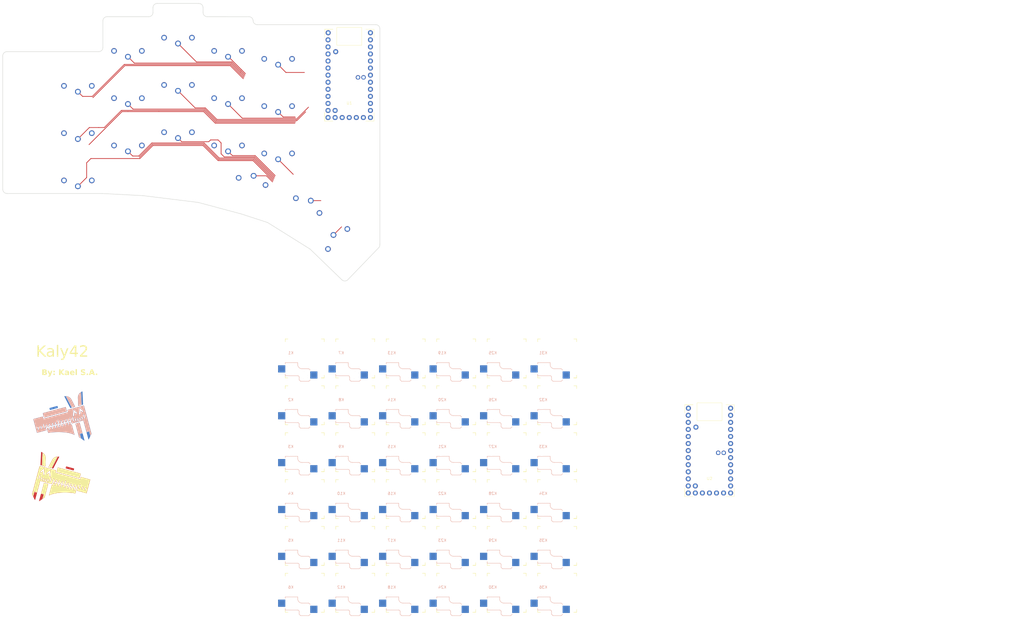
<source format=kicad_pcb>
(kicad_pcb (version 20241229) (generator "pcbnew") (generator_version "9.0")
  (title_block (title "kalypcb") (rev "v1.0.0") (company "Dwctor"))
  (layers (0 "F.Cu" signal) (2 "B.Cu" signal) (13 "F.Paste" user) (15 "B.Paste" user) (5 "F.SilkS" user "F.Silkscreen") (7 "B.SilkS" user "B.Silkscreen") (1 "F.Mask" user) (3 "B.Mask" user) (25 "Edge.Cuts" user))
  (net 0 "")
  (net 1 "GND")
  (net 2 "matrix_outer_bottom")
  (net 3 "matrix_outer_home")
  (net 4 "matrix_outer_top")
  (net 5 "matrix_pinky_bottom")
  (net 6 "matrix_pinky_home")
  (net 7 "matrix_pinky_top")
  (net 8 "matrix_ring_bottom")
  (net 9 "matrix_ring_home")
  (net 10 "matrix_ring_top")
  (net 11 "matrix_middle_bottom")
  (net 12 "matrix_middle_home")
  (net 13 "matrix_middle_top")
  (net 14 "matrix_index_bottom")
  (net 15 "matrix_index_home")
  (net 16 "matrix_index_top")
  (net 17 "matrix_inner_bottom")
  (net 18 "matrix_inner_home")
  (net 19 "matrix_inner_top")
  (net 20 "thumb_inny")
  (net 21 "thumb_middy")
  (net 22 "thumb_reachy")
  (net 24 "/K1")
  (footprint "Library:Kailh_socket_PG1350" (layer "F.Cu") (at 139.695 157.72)
    (property "Reference" "K8")
    (property "Value" "KEYSW")
  )
  (footprint "LOGO" (layer "F.Cu") (at 32.651943 185.152317 -15)
    (property "Reference" "G***" (hide yes))
    (property "Value" "LOGO" (hide yes))
  )
  (footprint "LOGO" (layer "F.Cu") (at 32.651943 185.152317 -15)
    (property "Reference" "G***" (hide yes))
    (property "Value" "LOGO" (hide yes))
  )
  (footprint "PG1350" (layer "F.Cu") (at 58 43.5 180)
    (property "Reference" "S8" (hide yes))
    (property "Value" "" (hide yes))
  )
  (footprint "PG1350" (layer "F.Cu") (at 120.602727 89.14088 -32)
    (property "Reference" "S20" (hide yes))
    (property "Value" "" (hide yes))
  )
  (footprint "Library:Kailh_socket_PG1350" (layer "F.Cu") (at 121.545 191.42)
    (property "Reference" "K4")
    (property "Value" "KEYSW")
  )
  (footprint "Library:Kailh_socket_PG1350" (layer "F.Cu") (at 121.545 225.12)
    (property "Reference" "K6")
    (property "Value" "KEYSW")
  )
  (footprint "Library:Kailh_socket_PG1350" (layer "F.Cu") (at 121.545 157.72)
    (property "Reference" "K2")
    (property "Value" "KEYSW")
  )
  (footprint "Library:Kailh_socket_PG1350" (layer "F.Cu") (at 157.845 191.42)
    (property "Reference" "K16")
    (property "Value" "KEYSW")
  )
  (footprint "PG1350" (layer "F.Cu") (at 76 55.74 180)
    (property "Reference" "S10" (hide yes))
    (property "Value" "" (hide yes))
  )
  (footprint "Library:Kailh_socket_PG1350" (layer "F.Cu") (at 212.295 174.57)
    (property "Reference" "K33")
    (property "Value" "KEYSW")
  )
  (footprint "Library:Kailh_socket_PG1350" (layer "F.Cu") (at 139.695 191.42)
    (property "Reference" "K10")
    (property "Value" "KEYSW")
  )
  (footprint "PG1350" (layer "F.Cu") (at 94 60.5 180)
    (property "Reference" "S13" (hide yes))
    (property "Value" "" (hide yes))
  )
  (footprint "Library:Kailh_socket_PG1350" (layer "F.Cu") (at 194.145 157.72)
    (property "Reference" "K26")
    (property "Value" "KEYSW")
  )
  (footprint "Library:Kailh_socket_PG1350" (layer "F.Cu") (at 139.695 174.57)
    (property "Reference" "K9")
    (property "Value" "KEYSW")
  )
  (footprint "Library:pro_micro_rp2040" (layer "F.Cu") (at 258.19 190.5)
    (property "Reference" "U2")
    (property "Value" "~")
  )
  (footprint "PG1350" (layer "F.Cu") (at 40 73.07 180)
    (property "Reference" "S4" (hide yes))
    (property "Value" "" (hide yes))
  )
  (footprint "Library:Kailh_socket_PG1350" (layer "F.Cu") (at 121.545 174.57)
    (property "Reference" "K3")
    (property "Value" "KEYSW")
  )
  (footprint "Library:Kailh_socket_PG1350" (layer "F.Cu") (at 194.145 174.57)
    (property "Reference" "K27")
    (property "Value" "KEYSW")
  )
  (footprint "Library:Kailh_socket_PG1350" (layer "F.Cu") (at 212.295 225.12)
    (property "Reference" "K36")
    (property "Value" "KEYSW")
  )
  (footprint "Library:Kailh_socket_PG1350" (layer "F.Cu") (at 157.845 157.72)
    (property "Reference" "K14")
    (property "Value" "KEYSW")
  )
  (footprint "Library:Kailh_socket_PG1350" (layer "F.Cu") (at 139.695 208.27)
    (property "Reference" "K11")
    (property "Value" "KEYSW")
  )
  (footprint "Library:Kailh_socket_PG1350" (layer "F.Cu") (at 121.545 208.27)
    (property "Reference" "K5")
    (property "Value" "KEYSW")
  )
  (footprint "PG1350" (layer "F.Cu") (at 136.127212 100.56429 46)
    (property "Reference" "S21" (hide yes))
    (property "Value" "" (hide yes))
  )
  (footprint "Library:Kailh_socket_PG1350" (layer "F.Cu") (at 157.845 208.27)
    (property "Reference" "K17")
    (property "Value" "KEYSW")
  )
  (footprint "PG1350" (layer "F.Cu") (at 40 56.07 180)
    (property "Reference" "S5" (hide yes))
    (property "Value" "" (hide yes))
  )
  (footprint "Library:Kailh_socket_PG1350" (layer "F.Cu") (at 212.295 140.87)
    (property "Reference" "K31")
    (property "Value" "KEYSW")
  )
  (footprint "Library:Kailh_socket_PG1350" (layer "F.Cu") (at 175.995 157.72)
    (property "Reference" "K20")
    (property "Value" "KEYSW")
  )
  (footprint "Library:Kailh_socket_PG1350" (layer "F.Cu") (at 175.995 208.27)
    (property "Reference" "K23")
    (property "Value" "KEYSW")
  )
  (footprint "Library:Kailh_socket_PG1350" (layer "F.Cu") (at 175.995 174.57)
    (property "Reference" "K21")
    (property "Value" "KEYSW")
  )
  (footprint "PG1350" (layer "F.Cu") (at 101.65 80.9 -15)
    (property "Reference" "S19" (hide yes))
    (property "Value" "" (hide yes))
  )
  (footprint "PG1350" (layer "F.Cu") (at 94 26.5 180)
    (property "Reference" "S15" (hide yes))
    (property "Value" "" (hide yes))
  )
  (footprint "Library:Kailh_socket_PG1350" (layer "F.Cu") (at 194.145 225.12)
    (property "Reference" "K30")
    (property "Value" "KEYSW")
  )
  (footprint "Library:Kailh_socket_PG1350" (layer "F.Cu") (at 194.145 140.87)
    (property "Reference" "K25")
    (property "Value" "KEYSW")
  )
  (footprint "Library:Kailh_socket_PG1350" (layer "F.Cu") (at 212.295 208.27)
    (property "Reference" "K35")
    (property "Value" "KEYSW")
  )
  (footprint "PG1350" (layer "F.Cu") (at 112 29.36 180)
    (property "Reference" "S18" (hide yes))
    (property "Value" "" (hide yes))
  )
  (footprint "PG1350" (layer "F.Cu") (at 76 38.74 180)
    (property "Reference" "S11" (hide yes))
    (property "Value" "" (hide yes))
  )
  (footprint "PG1350" (layer "F.Cu") (at 58 26.5 180)
    (property "Reference" "S9" (hide yes))
    (property "Value" "" (hide yes))
  )
  (footprint "PG1350" (layer "F.Cu") (at 40 39.07 180)
    (property "Reference" "S6" (hide yes))
    (property "Value" "" (hide yes))
  )
  (footprint "Library:Kailh_socket_PG1350" (layer "F.Cu") (at 212.295 157.72)
    (property "Reference" "K32")
    (property "Value" "KEYSW")
  )
  (footprint "Library:Kailh_socket_PG1350" (layer "F.Cu") (at 139.695 140.87)
    (property "Reference" "K7")
    (property "Value" "KEYSW")
  )
  (footprint "Library:Kailh_socket_PG1350" (layer "F.Cu") (at 212.295 191.42)
    (property "Reference" "K34")
    (property "Value" "KEYSW")
  )
  (footprint "Library:Kailh_socket_PG1350" (layer "F.Cu") (at 139.695 225.12)
    (property "Reference" "K12")
    (property "Value" "KEYSW")
  )
  (footprint "PG1350" (layer "F.Cu") (at 94 43.5 180)
    (property "Reference" "S14" (hide yes))
    (property "Value" "" (hide yes))
  )
  (footprint "PG1350" (layer "F.Cu") (at 76 21.74 180)
    (property "Reference" "S12" (hide yes))
    (property "Value" "" (hide yes))
  )
  (footprint "Library:Kailh_socket_PG1350" (layer "F.Cu") (at 175.995 140.87)
    (property "Reference" "K19")
    (property "Value" "KEYSW")
  )
  (footprint "Library:Kailh_socket_PG1350" (layer "F.Cu") (at 157.845 140.87)
    (property "Reference" "K13")
    (property "Value" "KEYSW")
  )
  (footprint "LOGO" (layer "F.Cu") (at 32.651943 185.152317 -15)
    (property "Reference" "G***" (hide yes))
    (property "Value" "LOGO" (hide yes))
  )
  (footprint "Library:Kailh_socket_PG1350" (layer "F.Cu") (at 157.845 225.12)
    (property "Reference" "K18")
    (property "Value" "KEYSW")
  )
  (footprint "Library:Kailh_socket_PG1350" (layer "F.Cu") (at 194.145 208.27)
    (property "Reference" "K29")
    (property "Value" "KEYSW")
  )
  (footprint "PG1350" (layer "F.Cu") (at 112 63.36 180)
    (property "Reference" "S16" (hide yes))
    (property "Value" "" (hide yes))
  )
  (footprint "Library:Kailh_socket_PG1350" (layer "F.Cu") (at 175.995 191.42)
    (property "Reference" "K22")
    (property "Value" "KEYSW")
  )
  (footprint "Library:pro_micro_rp2040" (layer "F.Cu") (at 128.69 55.52)
    (property "Reference" "U1")
    (property "Value" "~")
  )
  (footprint "PG1350" (layer "F.Cu") (at 112 46.36 180)
    (property "Reference" "S17" (hide yes))
    (property "Value" "" (hide yes))
  )
  (footprint "Library:Kailh_socket_PG1350" (layer "F.Cu") (at 121.545 140.87)
    (property "Reference" "K1")
    (property "Value" "KEYSW")
  )
  (footprint "PG1350" (layer "F.Cu") (at 58 60.5 180)
    (property "Reference" "S7" (hide yes))
    (property "Value" "" (hide yes))
  )
  (footprint "Library:Kailh_socket_PG1350" (layer "F.Cu") (at 157.845 174.57)
    (property "Reference" "K15")
    (property "Value" "KEYSW")
  )
  (footprint "Library:Kailh_socket_PG1350" (layer "F.Cu") (at 194.145 191.42)
    (property "Reference" "K28")
    (property "Value" "KEYSW")
  )
  (footprint "Library:Kailh_socket_PG1350" (layer "F.Cu") (at 175.995 225.12)
    (property "Reference" "K24")
    (property "Value" "KEYSW")
  )
  (footprint "LOGO" (layer "B.Cu") (at 35.772056 163.409155 -165)
    (property "Reference" "G***" (hide yes))
    (property "Value" "LOGO" (hide yes))
  )
  (footprint "LOGO" (layer "B.Cu") (at 35.772056 163.409155 -165)
    (property "Reference" "G***" (hide yes))
    (property "Value" "LOGO" (hide yes))
  )
  (footprint "LOGO" (layer "B.Cu") (at 35.772056 163.409155 -165)
    (property "Reference" "G***" (hide yes))
    (property "Value" "LOGO" (hide yes))
  )
  (gr_line (start 83.5 13.24) (end 68.5 13.24) (stroke (width 0.15)) (layer "Edge.Cuts"))
  (gr_line (start 108.181571 91.991886) (end 123.461902 101.540097) (stroke (width 0.15)) (layer "Edge.Cuts"))
  (gr_arc (start 67 14.74) (mid 67.439354 13.679354) (end 68.5 13.24) (stroke (width 0.15)) (layer "Edge.Cuts"))
  (gr_arc (start 48.999354 29.069354) (mid 48.56 30.13) (end 47.499354 30.569354) (stroke (width 0.15)) (layer "Edge.Cuts"))
  (gr_line (start 14.51 81.57) (end 48.793641 81.57) (stroke (width 0.15)) (layer "Edge.Cuts"))
  (gr_arc (start 104.490646 20.859354) (mid 103.43 20.42) (end 102.990646 19.359354) (stroke (width 0.15)) (layer "Edge.Cuts"))
  (gr_arc (start 101.500004 18.00273) (mid 102.507765 18.392676) (end 102.990645 19.359354) (stroke (width 0.15)) (layer "Edge.Cuts"))
  (gr_line (start 65.499354 17.999354) (end 50.5 18) (stroke (width 0.15)) (layer "Edge.Cuts"))
  (gr_line (start 148.571022 99.86) (end 148.58 99.86) (stroke (width 0.15)) (layer "Edge.Cuts"))
  (gr_line (start 83.28955 84.78018) (end 98.669466 88.901216) (stroke (width 0.15)) (layer "Edge.Cuts"))
  (gr_line (start 148.58 99.86) (end 148.58 22.36) (stroke (width 0.15)) (layer "Edge.Cuts"))
  (gr_line (start 48.999354 29.069354) (end 49 19.5) (stroke (width 0.15)) (layer "Edge.Cuts"))
  (gr_line (start 98.669466 88.901216) (end 108.181571 91.991886) (stroke (width 0.15)) (layer "Edge.Cuts"))
  (gr_arc (start 137.044003 112.570933) (mid 135.991169 113.028736) (end 134.923006 112.607956) (stroke (width 0.15)) (layer "Edge.Cuts"))
  (gr_line (start 86.500646 17.999354) (end 101.500004 18.00273) (stroke (width 0.15)) (layer "Edge.Cuts"))
  (gr_line (start 63.36358 82.333578) (end 83.28955 84.78018) (stroke (width 0.15)) (layer "Edge.Cuts"))
  (gr_arc (start 148.571022 99.86) (mid 148.498239 100.506565) (end 148.158537 101.061497) (stroke (width 0.15)) (layer "Edge.Cuts"))
  (gr_arc (start 49 19.5) (mid 49.439354 18.439354) (end 50.5 18) (stroke (width 0.15)) (layer "Edge.Cuts"))
  (gr_line (start 147.08 20.86) (end 104.490646 20.859354) (stroke (width 0.15)) (layer "Edge.Cuts"))
  (gr_line (start 47.499354 30.569354) (end 14.5 30.57) (stroke (width 0.15)) (layer "Edge.Cuts"))
  (gr_arc (start 86.500646 17.999354) (mid 85.44 17.56) (end 85.000646 16.499354) (stroke (width 0.15)) (layer "Edge.Cuts"))
  (gr_line (start 137.044003 112.570934) (end 148.158537 101.061497) (stroke (width 0.15)) (layer "Edge.Cuts"))
  (gr_arc (start 14.51 81.57) (mid 13.449354 81.130646) (end 13.01 80.07) (stroke (width 0.15)) (layer "Edge.Cuts"))
  (gr_line (start 85 14.74) (end 85.000646 16.499354) (stroke (width 0.15)) (layer "Edge.Cuts"))
  (gr_arc (start 83.5 13.24) (mid 84.560646 13.679354) (end 85 14.74) (stroke (width 0.15)) (layer "Edge.Cuts"))
  (gr_line (start 13.01 80.07) (end 13 32.07) (stroke (width 0.15)) (layer "Edge.Cuts"))
  (gr_arc (start 147.08 20.86) (mid 148.140639 21.299348) (end 148.58 22.36) (stroke (width 0.15)) (layer "Edge.Cuts"))
  (gr_arc (start 13 32.07) (mid 13.439354 31.009354) (end 14.5 30.57) (stroke (width 0.15)) (layer "Edge.Cuts"))
  (gr_line (start 123.461902 101.540097) (end 134.923006 112.607956) (stroke (width 0.15)) (layer "Edge.Cuts"))
  (gr_arc (start 66.999354 16.499354) (mid 66.56 17.56) (end 65.499354 17.999354) (stroke (width 0.15)) (layer "Edge.Cuts"))
  (gr_line (start 67 14.74) (end 66.999354 16.499354) (stroke (width 0.15)) (layer "Edge.Cuts"))
  (gr_line (start 48.793641 81.57) (end 63.36358 82.333578) (stroke (width 0.15)) (layer "Edge.Cuts"))
  (gr_text "By: Kael S.A." (at 26.93 147.17 0) (layer "F.SilkS") (effects (font (size 2 2) (thickness 0.25) (bold yes)) (justify left bottom)))
  (gr_text "Kaly42\n" (at 24.91 140.92 0) (layer "F.SilkS") (effects (font (size 4 4) (thickness 0.5)) (justify left bottom)))
  (segment (start 66.786396 63.85) (end 62.086396 68.55) (width 0.25) (layer "F.Cu") (net 2))
  (segment (start 110.372792 76.5) (end 103.172792 69.3) (width 0.25) (layer "F.Cu") (net 2))
  (segment (start 103.172792 69.3) (end 90.636396 69.3) (width 0.25) (layer "F.Cu") (net 2))
  (segment (start 85.186396 63.85) (end 66.786396 63.85) (width 0.25) (layer "F.Cu") (net 2))
  (segment (start 90.636396 69.3) (end 85.186396 63.85) (width 0.25) (layer "F.Cu") (net 2))
  (segment (start 55.865 52.135) (end 58 52.135) (width 0.25) (layer "F.Cu") (net 3))
  (segment (start 58 52.135) (end 69.1 52.135) (width 0.25) (layer "F.Cu") (net 3))
  (segment (start 69.1 52.135) (end 85.235 52.135) (width 0.25) (layer "F.Cu") (net 3))
  (segment (start 85.235 52.135) (end 89.4 56.3) (width 0.25) (layer "F.Cu") (net 3))
  (segment (start 44 64) (end 55.865 52.135) (width 0.25) (layer "F.Cu") (net 3))
  (segment (start 89.4 56.3) (end 118.04 56.3) (width 0.25) (layer "F.Cu") (net 3))
  (segment (start 94.79396 35.605) (end 99.48896 40.3) (width 0.25) (layer "F.Cu") (net 4))
  (segment (start 56.895 35.605) (end 94.79396 35.605) (width 0.25) (layer "F.Cu") (net 4))
  (segment (start 45.4 47.1) (end 56.895 35.605) (width 0.25) (layer "F.Cu") (net 4))
  (segment (start 85 64.3) (end 90.45 69.75) (width 0.25) (layer "F.Cu") (net 5))
  (segment (start 44.67 69) (end 62.272792 69) (width 0.25) (layer "F.Cu") (net 5))
  (segment (start 43.16 75.81) (end 43.16 70.51) (width 0.25) (layer "F.Cu") (net 5))
  (segment (start 40 78.97) (end 43.16 75.81) (width 0.25) (layer "F.Cu") (net 5))
  (segment (start 90.45 69.75) (end 102.986396 69.75) (width 0.25) (layer "F.Cu") (net 5))
  (segment (start 102.986396 69.75) (end 110.186396 76.95) (width 0.25) (layer "F.Cu") (net 5))
  (segment (start 43.16 70.51) (end 44.67 69) (width 0.25) (layer "F.Cu") (net 5))
  (segment (start 62.272792 69) (end 66.972792 64.3) (width 0.25) (layer "F.Cu") (net 5))
  (segment (start 66.972792 64.3) (end 85 64.3) (width 0.25) (layer "F.Cu") (net 5))
  (segment (start 47.5 57.85) (end 49.513604 57.85) (width 0.25) (layer "F.Cu") (net 6))
  (segment (start 49.513604 57.85) (end 55.678604 51.685) (width 0.25) (layer "F.Cu") (net 6))
  (segment (start 89.586396 55.85) (end 118.226396 55.85) (width 0.25) (layer "F.Cu") (net 6))
  (segment (start 55.678604 51.685) (end 85.421396 51.685) (width 0.25) (layer "F.Cu") (net 6))
  (segment (start 85.421396 51.685) (end 89.586396 55.85) (width 0.25) (layer "F.Cu") (net 6))
  (segment (start 40 61.97) (end 44.12 57.85) (width 0.25) (layer "F.Cu") (net 6))
  (segment (start 44.12 57.85) (end 47.5 57.85) (width 0.25) (layer "F.Cu") (net 6))
  (segment (start 41.68 46.65) (end 45.213604 46.65) (width 0.25) (layer "F.Cu") (net 7))
  (segment (start 40 44.97) (end 41.68 46.65) (width 0.25) (layer "F.Cu") (net 7))
  (segment (start 45.213604 46.65) (end 56.708604 35.155) (width 0.25) (layer "F.Cu") (net 7))
  (segment (start 56.708604 35.155) (end 94.980356 35.155) (width 0.25) (layer "F.Cu") (net 7))
  (segment (start 94.980356 35.155) (end 99.675356 39.85) (width 0.25) (layer "F.Cu") (net 7))
  (segment (start 103.359188 68.85) (end 110.559188 76.05) (width 0.25) (layer "F.Cu") (net 8))
  (segment (start 90.822792 68.85) (end 103.359188 68.85) (width 0.25) (layer "F.Cu") (net 8))
  (segment (start 58 66.4) (end 59.7 68.1) (width 0.25) (layer "F.Cu") (net 8))
  (segment (start 59.7 68.1) (end 61.9 68.1) (width 0.25) (layer "F.Cu") (net 8))
  (segment (start 61.9 68.1) (end 66.6 63.4) (width 0.25) (layer "F.Cu") (net 8))
  (segment (start 66.6 63.4) (end 85.372792 63.4) (width 0.25) (layer "F.Cu") (net 8))
  (segment (start 85.372792 63.4) (end 90.822792 68.85) (width 0.25) (layer "F.Cu") (net 8))
  (segment (start 59.835 51.235) (end 85.607792 51.235) (width 0.25) (layer "F.Cu") (net 9))
  (segment (start 58 49.4) (end 59.835 51.235) (width 0.25) (layer "F.Cu") (net 9))
  (segment (start 85.607792 51.235) (end 89.772792 55.4) (width 0.25) (layer "F.Cu") (net 9))
  (segment (start 89.772792 55.4) (end 118.669188 55.4) (width 0.25) (layer "F.Cu") (net 9))
  (segment (start 118.669188 55.4) (end 121.884594 52.184594) (width 0.25) (layer "F.Cu") (net 9))
  (segment (start 60.305 34.705) (end 95.166752 34.705) (width 0.25) (layer "F.Cu") (net 10))
  (segment (start 98.472792 38) (end 99.872792 39.4) (width 0.25) (layer "F.Cu") (net 10))
  (segment (start 58 32.4) (end 60.305 34.705) (width 0.25) (layer "F.Cu") (net 10))
  (segment (start 98.461752 38) (end 98.472792 38) (width 0.25) (layer "F.Cu") (net 10))
  (segment (start 95.166752 34.705) (end 98.461752 38) (width 0.25) (layer "F.Cu") (net 10))
  (segment (start 77.31 62.95) (end 87.05 62.95) (width 0.25) (layer "F.Cu") (net 11))
  (segment (start 87.7 62.3) (end 90.4 62.3) (width 0.25) (layer "F.Cu") (net 11))
  (segment (start 92.6 68.4) (end 103.545584 68.4) (width 0.25) (layer "F.Cu") (net 11))
  (segment (start 76 61.64) (end 77.31 62.95) (width 0.25) (layer "F.Cu") (net 11))
  (segment (start 91.5 63.4) (end 91.5 67.3) (width 0.25) (layer "F.Cu") (net 11))
  (segment (start 90.4 62.3) (end 91.5 63.4) (width 0.25) (layer "F.Cu") (net 11))
  (segment (start 91.5 67.3) (end 92.6 68.4) (width 0.25) (layer "F.Cu") (net 11))
  (segment (start 103.545584 68.4) (end 110.745584 75.6) (width 0.25) (layer "F.Cu") (net 11))
  (segment (start 87.05 62.95) (end 87.7 62.3) (width 0.25) (layer "F.Cu") (net 11))
  (segment (start 76 44.64) (end 82.145 50.785) (width 0.25) (layer "F.Cu") (net 12))
  (segment (start 89.959188 54.95) (end 118.482792 54.95) (width 0.25) (layer "F.Cu") (net 12))
  (segment (start 82.145 50.785) (end 85.794188 50.785) (width 0.25) (layer "F.Cu") (net 12))
  (segment (start 118.482792 54.95) (end 122.916396 50.516396) (width 0.25) (layer "F.Cu") (net 12))
  (segment (start 85.794188 50.785) (end 89.959188 54.95) (width 0.25) (layer "F.Cu") (net 12))
  (segment (start 82.615 34.255) (end 95.353148 34.255) (width 0.25) (layer "F.Cu") (net 13))
  (segment (start 76 27.64) (end 82.615 34.255) (width 0.25) (layer "F.Cu") (net 13))
  (segment (start 95.353148 34.255) (end 98.648148 37.55) (width 0.25) (layer "F.Cu") (net 13))
  (segment (start 98.659188 37.55) (end 100.059188 38.95) (width 0.25) (layer "F.Cu") (net 13))
  (segment (start 98.648148 37.55) (end 98.659188 37.55) (width 0.25) (layer "F.Cu") (net 13))
  (segment (start 95.55 67.95) (end 94 66.4) (width 0.25) (layer "F.Cu") (net 14))
  (segment (start 110.93198 75.15) (end 103.73198 67.95) (width 0.25) (layer "F.Cu") (net 14))
  (segment (start 103.73198 67.95) (end 95.55 67.95) (width 0.25) (layer "F.Cu") (net 14))
  (segment (start 94 49.4) (end 99.1 54.5) (width 0.25) (layer "F.Cu") (net 15))
  (segment (start 99.1 54.5) (end 118.296396 54.5) (width 0.25) (layer "F.Cu") (net 15))
  (segment (start 94.134544 32.4) (end 98.717272 36.982728) (width 0.25) (layer "F.Cu") (net 16))
  (segment (start 98.717272 36.982728) (end 98.728312 36.982728) (width 0.25) (layer "F.Cu") (net 16))
  (segment (start 98.728312 36.982728) (end 100.245584 38.5) (width 0.25) (layer "F.Cu") (net 16))
  (segment (start 94 32.4) (end 94.134544 32.4) (width 0.25) (layer "F.Cu") (net 16))
  (segment (start 112 69.26) (end 117.44 74.7) (width 0.25) (layer "F.Cu") (net 17))
  (segment (start 113.79 54.05) (end 118.11 54.05) (width 0.25) (layer "F.Cu") (net 18))
  (segment (start 112 52.26) (end 113.79 54.05) (width 0.25) (layer "F.Cu") (net 18))
  (segment (start 114.79 38.05) (end 121.456318 38.05) (width 0.25) (layer "F.Cu") (net 19))
  (segment (start 112 35.26) (end 114.79 38.05) (width 0.25) (layer "F.Cu") (net 19))
  (segment (start 107.801038 75.201038) (end 110 77.4) (width 0.25) (layer "F.Cu") (net 20))
  (segment (start 103.177032 75.201038) (end 107.801038 75.201038) (width 0.25) (layer "F.Cu") (net 20))
  (segment (start 123.729251 84.137396) (end 127.361564 84.137396) (width 0.25) (layer "F.Cu") (net 21))
  (segment (start 131.883107 96.465806) (end 134.8 93.548913) (width 0.25) (layer "F.Cu") (net 22))
)
</source>
